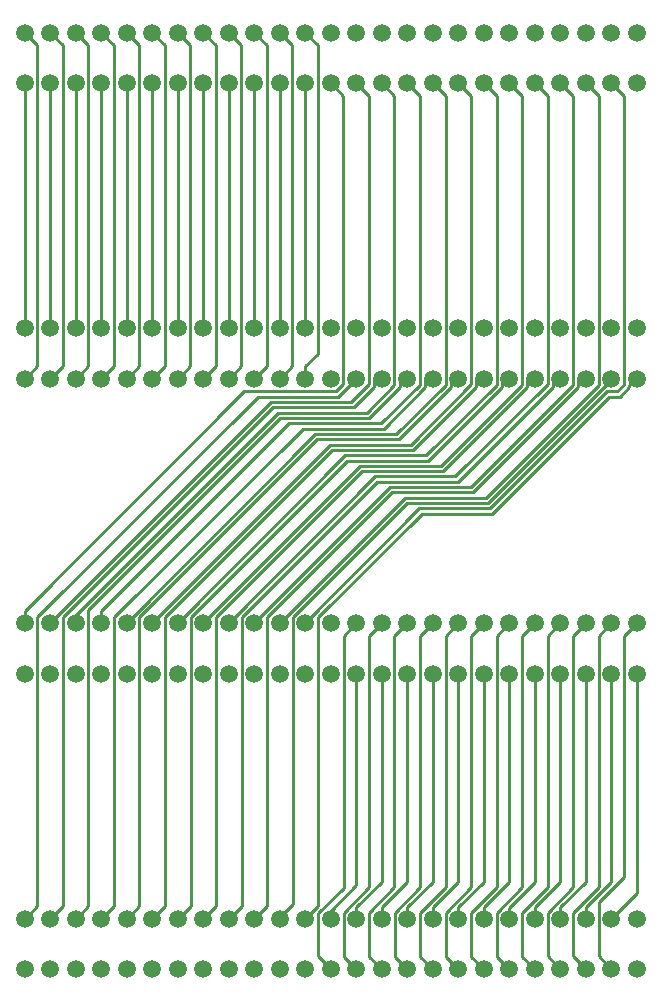
<source format=gtl>
G04 #@! TF.GenerationSoftware,KiCad,Pcbnew,(5.1.10-1-10_14)*
G04 #@! TF.CreationDate,2022-03-30T11:00:48+01:00*
G04 #@! TF.ProjectId,RJ21_DSLAM_ADAPTER,524a3231-5f44-4534-9c41-4d5f41444150,rev?*
G04 #@! TF.SameCoordinates,Original*
G04 #@! TF.FileFunction,Copper,L1,Top*
G04 #@! TF.FilePolarity,Positive*
%FSLAX46Y46*%
G04 Gerber Fmt 4.6, Leading zero omitted, Abs format (unit mm)*
G04 Created by KiCad (PCBNEW (5.1.10-1-10_14)) date 2022-03-30 11:00:48*
%MOMM*%
%LPD*%
G01*
G04 APERTURE LIST*
G04 #@! TA.AperFunction,ComponentPad*
%ADD10C,1.500000*%
G04 #@! TD*
G04 #@! TA.AperFunction,Conductor*
%ADD11C,0.250000*%
G04 #@! TD*
G04 APERTURE END LIST*
D10*
X75280000Y-65855000D03*
X77440000Y-65855000D03*
X79600000Y-65855000D03*
X81760000Y-65855000D03*
X83920000Y-65855000D03*
X86080000Y-65855000D03*
X88240000Y-65855000D03*
X90400000Y-65855000D03*
X92560000Y-65855000D03*
X94720000Y-65855000D03*
X96880000Y-65855000D03*
X99040000Y-65855000D03*
X101200000Y-65855000D03*
X103360000Y-65855000D03*
X105520000Y-65855000D03*
X107680000Y-65855000D03*
X109840000Y-65855000D03*
X112000000Y-65855000D03*
X114160000Y-65855000D03*
X116320000Y-65855000D03*
X118480000Y-65855000D03*
X120640000Y-65855000D03*
X122800000Y-65855000D03*
X124960000Y-65855000D03*
X127120000Y-65855000D03*
X75280000Y-70145000D03*
X77440000Y-70145000D03*
X79600000Y-70145000D03*
X81760000Y-70145000D03*
X83920000Y-70145000D03*
X86080000Y-70145000D03*
X88240000Y-70145000D03*
X90400000Y-70145000D03*
X92560000Y-70145000D03*
X94720000Y-70145000D03*
X96880000Y-70145000D03*
X99040000Y-70145000D03*
X101200000Y-70145000D03*
X103360000Y-70145000D03*
X105520000Y-70145000D03*
X107680000Y-70145000D03*
X109840000Y-70145000D03*
X112000000Y-70145000D03*
X114160000Y-70145000D03*
X116320000Y-70145000D03*
X118480000Y-70145000D03*
X120640000Y-70145000D03*
X122800000Y-70145000D03*
X124960000Y-70145000D03*
X127120000Y-70145000D03*
X127120000Y-95145000D03*
X124960000Y-95145000D03*
X122800000Y-95145000D03*
X120640000Y-95145000D03*
X118480000Y-95145000D03*
X116320000Y-95145000D03*
X114160000Y-95145000D03*
X112000000Y-95145000D03*
X109840000Y-95145000D03*
X107680000Y-95145000D03*
X105520000Y-95145000D03*
X103360000Y-95145000D03*
X101200000Y-95145000D03*
X99040000Y-95145000D03*
X96880000Y-95145000D03*
X94720000Y-95145000D03*
X92560000Y-95145000D03*
X90400000Y-95145000D03*
X88240000Y-95145000D03*
X86080000Y-95145000D03*
X83920000Y-95145000D03*
X81760000Y-95145000D03*
X79600000Y-95145000D03*
X77440000Y-95145000D03*
X75280000Y-95145000D03*
X127120000Y-90855000D03*
X124960000Y-90855000D03*
X122800000Y-90855000D03*
X120640000Y-90855000D03*
X118480000Y-90855000D03*
X116320000Y-90855000D03*
X114160000Y-90855000D03*
X112000000Y-90855000D03*
X109840000Y-90855000D03*
X107680000Y-90855000D03*
X105520000Y-90855000D03*
X103360000Y-90855000D03*
X101200000Y-90855000D03*
X99040000Y-90855000D03*
X96880000Y-90855000D03*
X94720000Y-90855000D03*
X92560000Y-90855000D03*
X90400000Y-90855000D03*
X88240000Y-90855000D03*
X86080000Y-90855000D03*
X83920000Y-90855000D03*
X81760000Y-90855000D03*
X79600000Y-90855000D03*
X77440000Y-90855000D03*
X75280000Y-90855000D03*
X75280000Y-115855000D03*
X77440000Y-115855000D03*
X79600000Y-115855000D03*
X81760000Y-115855000D03*
X83920000Y-115855000D03*
X86080000Y-115855000D03*
X88240000Y-115855000D03*
X90400000Y-115855000D03*
X92560000Y-115855000D03*
X94720000Y-115855000D03*
X96880000Y-115855000D03*
X99040000Y-115855000D03*
X101200000Y-115855000D03*
X103360000Y-115855000D03*
X105520000Y-115855000D03*
X107680000Y-115855000D03*
X109840000Y-115855000D03*
X112000000Y-115855000D03*
X114160000Y-115855000D03*
X116320000Y-115855000D03*
X118480000Y-115855000D03*
X120640000Y-115855000D03*
X122800000Y-115855000D03*
X124960000Y-115855000D03*
X127120000Y-115855000D03*
X75280000Y-120145000D03*
X77440000Y-120145000D03*
X79600000Y-120145000D03*
X81760000Y-120145000D03*
X83920000Y-120145000D03*
X86080000Y-120145000D03*
X88240000Y-120145000D03*
X90400000Y-120145000D03*
X92560000Y-120145000D03*
X94720000Y-120145000D03*
X96880000Y-120145000D03*
X99040000Y-120145000D03*
X101200000Y-120145000D03*
X103360000Y-120145000D03*
X105520000Y-120145000D03*
X107680000Y-120145000D03*
X109840000Y-120145000D03*
X112000000Y-120145000D03*
X114160000Y-120145000D03*
X116320000Y-120145000D03*
X118480000Y-120145000D03*
X120640000Y-120145000D03*
X122800000Y-120145000D03*
X124960000Y-120145000D03*
X127120000Y-120145000D03*
X127120000Y-145145000D03*
X124960000Y-145145000D03*
X122800000Y-145145000D03*
X120640000Y-145145000D03*
X118480000Y-145145000D03*
X116320000Y-145145000D03*
X114160000Y-145145000D03*
X112000000Y-145145000D03*
X109840000Y-145145000D03*
X107680000Y-145145000D03*
X105520000Y-145145000D03*
X103360000Y-145145000D03*
X101200000Y-145145000D03*
X99040000Y-145145000D03*
X96880000Y-145145000D03*
X94720000Y-145145000D03*
X92560000Y-145145000D03*
X90400000Y-145145000D03*
X88240000Y-145145000D03*
X86080000Y-145145000D03*
X83920000Y-145145000D03*
X81760000Y-145145000D03*
X79600000Y-145145000D03*
X77440000Y-145145000D03*
X75280000Y-145145000D03*
X127120000Y-140855000D03*
X124960000Y-140855000D03*
X122800000Y-140855000D03*
X120640000Y-140855000D03*
X118480000Y-140855000D03*
X116320000Y-140855000D03*
X114160000Y-140855000D03*
X112000000Y-140855000D03*
X109840000Y-140855000D03*
X107680000Y-140855000D03*
X105520000Y-140855000D03*
X103360000Y-140855000D03*
X101200000Y-140855000D03*
X99040000Y-140855000D03*
X96880000Y-140855000D03*
X94720000Y-140855000D03*
X92560000Y-140855000D03*
X90400000Y-140855000D03*
X88240000Y-140855000D03*
X86080000Y-140855000D03*
X83920000Y-140855000D03*
X81760000Y-140855000D03*
X79600000Y-140855000D03*
X77440000Y-140855000D03*
X75280000Y-140855000D03*
D11*
X76355001Y-94069999D02*
X75280000Y-95145000D01*
X76355001Y-66930001D02*
X76355001Y-94069999D01*
X75280000Y-65855000D02*
X76355001Y-66930001D01*
X78515001Y-66930001D02*
X78515001Y-94069999D01*
X78515001Y-94069999D02*
X77440000Y-95145000D01*
X77440000Y-65855000D02*
X78515001Y-66930001D01*
X80675001Y-94069999D02*
X79600000Y-95145000D01*
X80675001Y-66930001D02*
X80675001Y-94069999D01*
X79600000Y-65855000D02*
X80675001Y-66930001D01*
X82835001Y-94069999D02*
X81760000Y-95145000D01*
X82835001Y-66930001D02*
X82835001Y-94069999D01*
X81760000Y-65855000D02*
X82835001Y-66930001D01*
X84995001Y-94069999D02*
X83920000Y-95145000D01*
X84995001Y-66930001D02*
X84995001Y-94069999D01*
X83920000Y-65855000D02*
X84995001Y-66930001D01*
X87155001Y-94069999D02*
X86080000Y-95145000D01*
X87155001Y-66930001D02*
X87155001Y-94069999D01*
X86080000Y-65855000D02*
X87155001Y-66930001D01*
X89315001Y-94069999D02*
X88240000Y-95145000D01*
X89315001Y-66930001D02*
X89315001Y-94069999D01*
X88240000Y-65855000D02*
X89315001Y-66930001D01*
X91475001Y-66930001D02*
X91475001Y-94069999D01*
X91475001Y-94069999D02*
X90400000Y-95145000D01*
X90400000Y-65855000D02*
X91475001Y-66930001D01*
X93635001Y-94069999D02*
X92560000Y-95145000D01*
X93635001Y-66930001D02*
X93635001Y-94069999D01*
X92560000Y-65855000D02*
X93635001Y-66930001D01*
X95795001Y-94069999D02*
X94720000Y-95145000D01*
X95795001Y-66930001D02*
X95795001Y-94069999D01*
X94720000Y-65855000D02*
X95795001Y-66930001D01*
X97955001Y-94069999D02*
X96880000Y-95145000D01*
X97955001Y-66930001D02*
X97955001Y-94069999D01*
X96880000Y-65855000D02*
X97955001Y-66930001D01*
X99040000Y-65855000D02*
X100115001Y-66930001D01*
X99040000Y-94084340D02*
X99040000Y-95145000D01*
X100115001Y-66930001D02*
X100115001Y-93009339D01*
X100115001Y-93009339D02*
X99040000Y-94084340D01*
X75280000Y-70145000D02*
X75280000Y-90855000D01*
X77440000Y-70145000D02*
X77440000Y-90855000D01*
X79600000Y-70145000D02*
X79600000Y-90855000D01*
X81760000Y-70145000D02*
X81760000Y-90855000D01*
X83920000Y-70145000D02*
X83920000Y-90855000D01*
X86080000Y-70145000D02*
X86080000Y-90855000D01*
X88240000Y-70145000D02*
X88240000Y-90855000D01*
X90400000Y-70145000D02*
X90400000Y-90855000D01*
X92560000Y-70145000D02*
X92560000Y-90855000D01*
X94720000Y-70145000D02*
X94720000Y-90855000D01*
X96880000Y-70145000D02*
X96880000Y-90855000D01*
X99040000Y-70145000D02*
X99040000Y-90855000D01*
X101200000Y-70145000D02*
X102275001Y-71220001D01*
X75280000Y-114794340D02*
X75280000Y-115855000D01*
X102275001Y-71220001D02*
X102275001Y-95593589D01*
X102275001Y-95593589D02*
X101648589Y-96220001D01*
X101648589Y-96220001D02*
X93854339Y-96220001D01*
X93854339Y-96220001D02*
X75280000Y-114794340D01*
X77440000Y-115787587D02*
X77440000Y-115855000D01*
X104435001Y-71220001D02*
X104435001Y-95628588D01*
X103360000Y-70145000D02*
X104435001Y-71220001D01*
X96107565Y-97120022D02*
X77440000Y-115787587D01*
X104435001Y-95628588D02*
X102943567Y-97120022D01*
X102943567Y-97120022D02*
X96107565Y-97120022D01*
X104235959Y-98020043D02*
X96743546Y-98020043D01*
X105520000Y-70145000D02*
X106595001Y-71220001D01*
X106595001Y-71220001D02*
X106595001Y-95661001D01*
X106595001Y-95661001D02*
X104235959Y-98020043D01*
X96743546Y-98020043D02*
X79600000Y-115163589D01*
X79600000Y-115163589D02*
X79600000Y-115855000D01*
X108755001Y-71220001D02*
X108755001Y-95635767D01*
X81760000Y-114794340D02*
X81760000Y-115855000D01*
X97634276Y-98920064D02*
X81760000Y-114794340D01*
X107680000Y-70145000D02*
X108755001Y-71220001D01*
X105470704Y-98920064D02*
X97634276Y-98920064D01*
X108755001Y-95635767D02*
X105470704Y-98920064D01*
X109840000Y-70145000D02*
X110915001Y-71220001D01*
X110915001Y-71220001D02*
X110915001Y-95661001D01*
X99887502Y-99820085D02*
X83920000Y-115787587D01*
X110915001Y-95661001D02*
X106755917Y-99820085D01*
X106755917Y-99820085D02*
X99887502Y-99820085D01*
X83920000Y-115787587D02*
X83920000Y-115855000D01*
X112000000Y-70145000D02*
X113075001Y-71220001D01*
X113075001Y-95615762D02*
X107970657Y-100720106D01*
X107970657Y-100720106D02*
X101147481Y-100720106D01*
X101147481Y-100720106D02*
X86080000Y-115787587D01*
X113075001Y-71220001D02*
X113075001Y-95615762D01*
X86080000Y-115787587D02*
X86080000Y-115855000D01*
X114160000Y-70145000D02*
X115235001Y-71220001D01*
X115235001Y-71220001D02*
X115235001Y-95661001D01*
X88240000Y-115787587D02*
X88240000Y-115855000D01*
X109275875Y-101620127D02*
X102407460Y-101620127D01*
X102407460Y-101620127D02*
X88240000Y-115787587D01*
X115235001Y-95661001D02*
X109275875Y-101620127D01*
X90400000Y-115787587D02*
X90400000Y-115855000D01*
X103667439Y-102520148D02*
X90400000Y-115787587D01*
X116320000Y-70145000D02*
X117395001Y-71220001D01*
X117395001Y-71220001D02*
X117395001Y-95661001D01*
X117395001Y-95661001D02*
X110535854Y-102520148D01*
X110535854Y-102520148D02*
X103667439Y-102520148D01*
X118480000Y-70145000D02*
X119555001Y-71220001D01*
X119555001Y-95608588D02*
X111743420Y-103420169D01*
X111743420Y-103420169D02*
X104927418Y-103420169D01*
X104927418Y-103420169D02*
X92560000Y-115787587D01*
X119555001Y-71220001D02*
X119555001Y-95608588D01*
X92560000Y-115787587D02*
X92560000Y-115855000D01*
X120640000Y-70145000D02*
X121715001Y-71220001D01*
X121715001Y-95661001D02*
X113055812Y-104320190D01*
X121715001Y-71220001D02*
X121715001Y-95661001D01*
X113055812Y-104320190D02*
X106187397Y-104320190D01*
X106187397Y-104320190D02*
X94720000Y-115787587D01*
X94720000Y-115787587D02*
X94720000Y-115855000D01*
X114315791Y-105220211D02*
X107447376Y-105220211D01*
X123875001Y-71220001D02*
X123875001Y-95661001D01*
X123875001Y-95661001D02*
X114315791Y-105220211D01*
X122800000Y-70145000D02*
X123875001Y-71220001D01*
X107447376Y-105220211D02*
X96880000Y-115787587D01*
X96880000Y-115787587D02*
X96880000Y-115855000D01*
X99040000Y-115787587D02*
X99040000Y-115855000D01*
X124588822Y-96220001D02*
X114688591Y-106120232D01*
X125476001Y-96220001D02*
X124588822Y-96220001D01*
X126035001Y-71220001D02*
X126035001Y-95661001D01*
X124960000Y-70145000D02*
X126035001Y-71220001D01*
X126035001Y-95661001D02*
X125476001Y-96220001D01*
X108707355Y-106120232D02*
X99040000Y-115787587D01*
X114688591Y-106120232D02*
X108707355Y-106120232D01*
X100124999Y-139770001D02*
X99040000Y-140855000D01*
X114874991Y-106570243D02*
X108893755Y-106570243D01*
X124775221Y-96670012D02*
X114874991Y-106570243D01*
X125662401Y-96670012D02*
X124775221Y-96670012D01*
X100124999Y-115338999D02*
X100124999Y-139770001D01*
X126485012Y-95847401D02*
X125662401Y-96670012D01*
X127055000Y-95145000D02*
X126485012Y-95714988D01*
X108893755Y-106570243D02*
X100124999Y-115338999D01*
X127120000Y-95145000D02*
X127055000Y-95145000D01*
X126485012Y-95714988D02*
X126485012Y-95847401D01*
X96880000Y-140720000D02*
X96880000Y-140855000D01*
X97964999Y-139635001D02*
X96880000Y-140720000D01*
X124960000Y-95145000D02*
X124960000Y-95212413D01*
X114502191Y-105670222D02*
X107633776Y-105670222D01*
X97964999Y-115338999D02*
X97964999Y-139635001D01*
X107633776Y-105670222D02*
X97964999Y-115338999D01*
X124960000Y-95212413D02*
X114502191Y-105670222D01*
X95795001Y-115348997D02*
X95795001Y-139779999D01*
X106373797Y-104770201D02*
X95795001Y-115348997D01*
X113242212Y-104770201D02*
X106373797Y-104770201D01*
X95795001Y-139779999D02*
X94720000Y-140855000D01*
X122165012Y-95847401D02*
X113242212Y-104770201D01*
X122165012Y-95145000D02*
X122165012Y-95847401D01*
X122800000Y-95145000D02*
X122165012Y-95145000D01*
X105113818Y-103870180D02*
X93644999Y-115338999D01*
X120005012Y-95847401D02*
X111982233Y-103870180D01*
X111982233Y-103870180D02*
X105113818Y-103870180D01*
X120005012Y-95145000D02*
X120005012Y-95847401D01*
X93644999Y-115338999D02*
X93644999Y-139770001D01*
X120640000Y-95145000D02*
X120005012Y-95145000D01*
X93644999Y-139770001D02*
X92560000Y-140855000D01*
X110722254Y-102970159D02*
X103853839Y-102970159D01*
X117845012Y-95847401D02*
X110722254Y-102970159D01*
X117845012Y-95145000D02*
X117845012Y-95847401D01*
X103853839Y-102970159D02*
X91484999Y-115338999D01*
X118480000Y-95145000D02*
X117845012Y-95145000D01*
X91484999Y-139770001D02*
X90400000Y-140855000D01*
X91484999Y-115338999D02*
X91484999Y-139770001D01*
X89324999Y-115338999D02*
X89324999Y-139770001D01*
X115685012Y-95145000D02*
X115685012Y-95847401D01*
X116320000Y-95145000D02*
X115685012Y-95145000D01*
X115685012Y-95847401D02*
X109462275Y-102070138D01*
X89324999Y-139770001D02*
X88240000Y-140855000D01*
X109462275Y-102070138D02*
X102593860Y-102070138D01*
X102593860Y-102070138D02*
X89324999Y-115338999D01*
X87164999Y-139770001D02*
X86080000Y-140855000D01*
X101333881Y-101170117D02*
X87164999Y-115338999D01*
X108202296Y-101170117D02*
X101333881Y-101170117D01*
X113525012Y-95145000D02*
X113525012Y-95847401D01*
X87164999Y-115338999D02*
X87164999Y-139770001D01*
X114160000Y-95145000D02*
X113525012Y-95145000D01*
X113525012Y-95847401D02*
X108202296Y-101170117D01*
X84995001Y-139779999D02*
X83920000Y-140855000D01*
X84995001Y-115348997D02*
X84995001Y-139779999D01*
X100073902Y-100270096D02*
X84995001Y-115348997D01*
X111365012Y-95847401D02*
X106942317Y-100270096D01*
X106942317Y-100270096D02*
X100073902Y-100270096D01*
X111365012Y-95145000D02*
X111365012Y-95847401D01*
X112000000Y-95145000D02*
X111365012Y-95145000D01*
X82844999Y-115338999D02*
X82844999Y-139770001D01*
X98813923Y-99370075D02*
X82844999Y-115338999D01*
X105682338Y-99370075D02*
X98813923Y-99370075D01*
X109205012Y-95847401D02*
X105682338Y-99370075D01*
X109840000Y-95145000D02*
X109205012Y-95145000D01*
X109205012Y-95145000D02*
X109205012Y-95847401D01*
X82844999Y-139770001D02*
X81760000Y-140855000D01*
X107045012Y-95145000D02*
X107045012Y-95847401D01*
X104422359Y-98470054D02*
X96929946Y-98470054D01*
X107680000Y-95145000D02*
X107045012Y-95145000D01*
X107045012Y-95847401D02*
X104422359Y-98470054D01*
X80675001Y-139779999D02*
X79600000Y-140855000D01*
X80675001Y-114724999D02*
X80675001Y-139779999D01*
X96929946Y-98470054D02*
X80675001Y-114724999D01*
X78524999Y-139770001D02*
X77440000Y-140855000D01*
X78524999Y-115338999D02*
X78524999Y-139770001D01*
X96293965Y-97570033D02*
X78524999Y-115338999D01*
X103162380Y-97570033D02*
X96293965Y-97570033D01*
X104885012Y-95847401D02*
X103162380Y-97570033D01*
X105520000Y-95145000D02*
X104885012Y-95145000D01*
X104885012Y-95145000D02*
X104885012Y-95847401D01*
X76364999Y-115338999D02*
X76364999Y-139770001D01*
X101834988Y-96670012D02*
X95033986Y-96670012D01*
X103360000Y-95145000D02*
X101834988Y-96670012D01*
X76364999Y-139770001D02*
X75280000Y-140855000D01*
X95033986Y-96670012D02*
X76364999Y-115338999D01*
X100115001Y-144060001D02*
X101200000Y-145145000D01*
X100115001Y-140416409D02*
X100115001Y-144060001D01*
X102284999Y-138246412D02*
X100115001Y-140416409D01*
X102284999Y-116930001D02*
X102284999Y-138246412D01*
X103360000Y-115855000D02*
X102284999Y-116930001D01*
X102284999Y-144069999D02*
X103360000Y-145145000D01*
X102284999Y-140338999D02*
X102284999Y-144069999D01*
X104444999Y-138178999D02*
X102284999Y-140338999D01*
X105520000Y-115855000D02*
X104444999Y-116930001D01*
X104444999Y-116930001D02*
X104444999Y-138178999D01*
X106595001Y-116939999D02*
X106595001Y-138188997D01*
X106595001Y-138188997D02*
X104444999Y-140338999D01*
X104444999Y-140338999D02*
X104444999Y-144069999D01*
X104444999Y-144069999D02*
X105520000Y-145145000D01*
X107680000Y-115855000D02*
X106595001Y-116939999D01*
X106604999Y-144069999D02*
X107680000Y-145145000D01*
X108755001Y-138188997D02*
X106604999Y-140338999D01*
X106604999Y-140338999D02*
X106604999Y-144069999D01*
X108755001Y-116939999D02*
X108755001Y-138188997D01*
X109840000Y-115855000D02*
X108755001Y-116939999D01*
X110924999Y-138178999D02*
X108764999Y-140338999D01*
X110924999Y-116930001D02*
X110924999Y-138178999D01*
X108764999Y-144069999D02*
X109840000Y-145145000D01*
X112000000Y-115855000D02*
X110924999Y-116930001D01*
X108764999Y-140338999D02*
X108764999Y-144069999D01*
X110924999Y-140338999D02*
X110924999Y-144069999D01*
X110924999Y-144069999D02*
X112000000Y-145145000D01*
X114160000Y-115855000D02*
X113075001Y-116939999D01*
X113075001Y-138188997D02*
X110924999Y-140338999D01*
X113075001Y-116939999D02*
X113075001Y-138188997D01*
X113084999Y-140338999D02*
X113084999Y-144069999D01*
X115235001Y-138188997D02*
X113084999Y-140338999D01*
X113084999Y-144069999D02*
X114160000Y-145145000D01*
X116320000Y-115855000D02*
X115235001Y-116939999D01*
X115235001Y-116939999D02*
X115235001Y-138188997D01*
X115244999Y-144069999D02*
X116320000Y-145145000D01*
X117404999Y-138195001D02*
X115244999Y-140355001D01*
X118480000Y-115855000D02*
X117404999Y-116930001D01*
X115244999Y-140355001D02*
X115244999Y-144069999D01*
X117404999Y-116930001D02*
X117404999Y-138195001D01*
X119555001Y-138188997D02*
X117404999Y-140338999D01*
X117404999Y-140338999D02*
X117404999Y-144069999D01*
X119555001Y-116939999D02*
X119555001Y-138188997D01*
X120640000Y-115855000D02*
X119555001Y-116939999D01*
X117404999Y-144069999D02*
X118480000Y-145145000D01*
X119555001Y-144060001D02*
X120640000Y-145145000D01*
X119555001Y-140348997D02*
X119555001Y-144060001D01*
X121724999Y-138178999D02*
X119555001Y-140348997D01*
X121724999Y-116930001D02*
X121724999Y-138178999D01*
X122800000Y-115855000D02*
X121724999Y-116930001D01*
X121715001Y-144060001D02*
X122800000Y-145145000D01*
X123884999Y-138178999D02*
X121715001Y-140348997D01*
X123884999Y-116930001D02*
X123884999Y-138178999D01*
X124960000Y-115855000D02*
X123884999Y-116930001D01*
X121715001Y-140348997D02*
X121715001Y-144060001D01*
X123875001Y-139461817D02*
X123875001Y-144060001D01*
X126044999Y-137291819D02*
X123875001Y-139461817D01*
X126044999Y-116930001D02*
X126044999Y-137291819D01*
X127120000Y-115855000D02*
X126044999Y-116930001D01*
X123875001Y-144060001D02*
X124960000Y-145145000D01*
X101200000Y-140200000D02*
X101200000Y-140855000D01*
X103360000Y-138040000D02*
X101200000Y-140200000D01*
X103360000Y-120145000D02*
X103360000Y-138040000D01*
X105520000Y-120145000D02*
X105520000Y-137740408D01*
X105520000Y-137740408D02*
X103360000Y-139900408D01*
X103360000Y-139900408D02*
X103360000Y-140855000D01*
X107680000Y-137740408D02*
X105520000Y-139900408D01*
X107680000Y-120145000D02*
X107680000Y-137740408D01*
X105520000Y-139900408D02*
X105520000Y-140855000D01*
X109840000Y-120145000D02*
X109840000Y-137740408D01*
X109840000Y-137740408D02*
X107680000Y-139900408D01*
X107680000Y-139900408D02*
X107680000Y-140855000D01*
X109840000Y-139900408D02*
X109840000Y-140855000D01*
X112000000Y-137740408D02*
X109840000Y-139900408D01*
X112000000Y-120145000D02*
X112000000Y-137740408D01*
X114160000Y-120145000D02*
X114160000Y-137740408D01*
X114160000Y-137740408D02*
X112000000Y-139900408D01*
X112000000Y-139900408D02*
X112000000Y-140855000D01*
X116320000Y-120145000D02*
X116320000Y-137740408D01*
X116320000Y-137740408D02*
X114160000Y-139900408D01*
X114160000Y-139900408D02*
X114160000Y-140855000D01*
X116320000Y-139916426D02*
X116320000Y-140855000D01*
X118480000Y-120145000D02*
X118480000Y-137756426D01*
X118480000Y-137756426D02*
X116320000Y-139916426D01*
X120640000Y-137740408D02*
X118480000Y-139900408D01*
X118480000Y-139900408D02*
X118480000Y-140855000D01*
X120640000Y-120145000D02*
X120640000Y-137740408D01*
X120640000Y-139900408D02*
X120640000Y-140855000D01*
X122800000Y-120145000D02*
X122800000Y-137740408D01*
X122800000Y-137740408D02*
X120640000Y-139900408D01*
X124960000Y-137740408D02*
X122800000Y-139900408D01*
X124960000Y-120145000D02*
X124960000Y-137740408D01*
X122800000Y-139900408D02*
X122800000Y-140855000D01*
X127120000Y-120145000D02*
X127120000Y-138695000D01*
X127120000Y-138695000D02*
X124960000Y-140855000D01*
M02*

</source>
